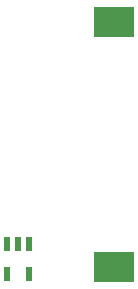
<source format=gbr>
%TF.GenerationSoftware,KiCad,Pcbnew,(5.1.6)-1*%
%TF.CreationDate,2022-09-21T14:30:55-04:00*%
%TF.ProjectId,EXT_BATT_4.5,4558545f-4241-4545-945f-342e352e6b69,rev?*%
%TF.SameCoordinates,Original*%
%TF.FileFunction,Paste,Top*%
%TF.FilePolarity,Positive*%
%FSLAX46Y46*%
G04 Gerber Fmt 4.6, Leading zero omitted, Abs format (unit mm)*
G04 Created by KiCad (PCBNEW (5.1.6)-1) date 2022-09-21 14:30:55*
%MOMM*%
%LPD*%
G01*
G04 APERTURE LIST*
%ADD10R,3.500000X2.600000*%
%ADD11R,0.600000X1.250000*%
G04 APERTURE END LIST*
D10*
%TO.C,BT1*%
X129300000Y-77900000D03*
X129300000Y-98600000D03*
%TD*%
D11*
%TO.C,IC1*%
X122100000Y-96700000D03*
X121150000Y-96700000D03*
X120200000Y-96700000D03*
X120200000Y-99200000D03*
X122100000Y-99200000D03*
%TD*%
M02*

</source>
